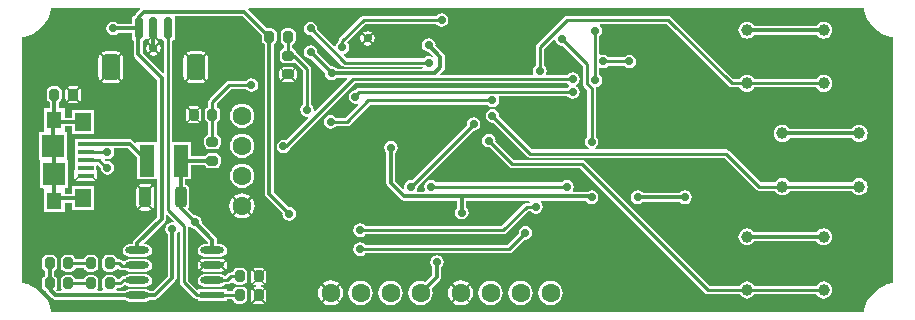
<source format=gtl>
G04 Layer_Physical_Order=1*
G04 Layer_Color=255*
%FSLAX44Y44*%
%MOMM*%
G71*
G01*
G75*
G04:AMPARAMS|DCode=10|XSize=0.95mm|YSize=0.8mm|CornerRadius=0.2mm|HoleSize=0mm|Usage=FLASHONLY|Rotation=270.000|XOffset=0mm|YOffset=0mm|HoleType=Round|Shape=RoundedRectangle|*
%AMROUNDEDRECTD10*
21,1,0.9500,0.4000,0,0,270.0*
21,1,0.5500,0.8000,0,0,270.0*
1,1,0.4000,-0.2000,-0.2750*
1,1,0.4000,-0.2000,0.2750*
1,1,0.4000,0.2000,0.2750*
1,1,0.4000,0.2000,-0.2750*
%
%ADD10ROUNDEDRECTD10*%
%ADD11O,2.0000X0.6000*%
%ADD12R,2.0000X0.6000*%
%ADD13R,1.3000X2.7000*%
G04:AMPARAMS|DCode=14|XSize=1.75mm|YSize=1mm|CornerRadius=0.25mm|HoleSize=0mm|Usage=FLASHONLY|Rotation=270.000|XOffset=0mm|YOffset=0mm|HoleType=Round|Shape=RoundedRectangle|*
%AMROUNDEDRECTD14*
21,1,1.7500,0.5000,0,0,270.0*
21,1,1.2500,1.0000,0,0,270.0*
1,1,0.5000,-0.2500,-0.6250*
1,1,0.5000,-0.2500,0.6250*
1,1,0.5000,0.2500,0.6250*
1,1,0.5000,0.2500,-0.6250*
%
%ADD14ROUNDEDRECTD14*%
%ADD15R,1.4000X1.6000*%
%ADD16R,1.4000X0.4000*%
%ADD17R,1.3000X1.4500*%
%ADD18R,1.9000X1.9000*%
G04:AMPARAMS|DCode=19|XSize=1.6mm|YSize=2.2mm|CornerRadius=0.4mm|HoleSize=0mm|Usage=FLASHONLY|Rotation=180.000|XOffset=0mm|YOffset=0mm|HoleType=Round|Shape=RoundedRectangle|*
%AMROUNDEDRECTD19*
21,1,1.6000,1.4000,0,0,180.0*
21,1,0.8000,2.2000,0,0,180.0*
1,1,0.8000,-0.4000,0.7000*
1,1,0.8000,0.4000,0.7000*
1,1,0.8000,0.4000,-0.7000*
1,1,0.8000,-0.4000,-0.7000*
%
%ADD19ROUNDEDRECTD19*%
G04:AMPARAMS|DCode=20|XSize=0.7mm|YSize=1.8mm|CornerRadius=0.175mm|HoleSize=0mm|Usage=FLASHONLY|Rotation=180.000|XOffset=0mm|YOffset=0mm|HoleType=Round|Shape=RoundedRectangle|*
%AMROUNDEDRECTD20*
21,1,0.7000,1.4500,0,0,180.0*
21,1,0.3500,1.8000,0,0,180.0*
1,1,0.3500,-0.1750,0.7250*
1,1,0.3500,0.1750,0.7250*
1,1,0.3500,0.1750,-0.7250*
1,1,0.3500,-0.1750,-0.7250*
%
%ADD20ROUNDEDRECTD20*%
G04:AMPARAMS|DCode=21|XSize=0.95mm|YSize=0.8mm|CornerRadius=0.2mm|HoleSize=0mm|Usage=FLASHONLY|Rotation=0.000|XOffset=0mm|YOffset=0mm|HoleType=Round|Shape=RoundedRectangle|*
%AMROUNDEDRECTD21*
21,1,0.9500,0.4000,0,0,0.0*
21,1,0.5500,0.8000,0,0,0.0*
1,1,0.4000,0.2750,-0.2000*
1,1,0.4000,-0.2750,-0.2000*
1,1,0.4000,-0.2750,0.2000*
1,1,0.4000,0.2750,0.2000*
%
%ADD21ROUNDEDRECTD21*%
%ADD22C,0.2500*%
%ADD23C,0.3000*%
%ADD24C,1.6000*%
%ADD25C,1.0000*%
%ADD26C,0.7000*%
G36*
X120353Y234420D02*
X120768Y235041D01*
X121333Y235134D01*
X121612Y235164D01*
X122093Y235113D01*
X122902Y233902D01*
X124032Y233147D01*
Y206962D01*
X122859Y206476D01*
X105772Y223563D01*
Y233025D01*
X105791Y233029D01*
X107098Y233902D01*
X107907Y235113D01*
X108388Y235164D01*
X108667Y235134D01*
X109232Y235041D01*
X109647Y234420D01*
X114364Y239136D01*
X115000Y238500D01*
X115636Y239136D01*
X120353Y234420D01*
D02*
G37*
G36*
X716794Y260532D02*
X717840Y256175D01*
X719555Y252035D01*
X721896Y248214D01*
X724806Y244806D01*
X728214Y241896D01*
X732035Y239555D01*
X736175Y237840D01*
X740533Y236794D01*
X741462Y236720D01*
Y28280D01*
X740533Y28206D01*
X736175Y27160D01*
X732035Y25445D01*
X728214Y23104D01*
X724806Y20194D01*
X721896Y16786D01*
X719555Y12965D01*
X717840Y8825D01*
X716794Y4467D01*
X716720Y3538D01*
X28280D01*
X28206Y4467D01*
X27160Y8825D01*
X25445Y12965D01*
X23104Y16786D01*
X20194Y20194D01*
X16786Y23104D01*
X12965Y25445D01*
X8825Y27160D01*
X4467Y28206D01*
X3538Y28280D01*
Y236720D01*
X4467Y236794D01*
X8825Y237840D01*
X12965Y239555D01*
X16786Y241896D01*
X20194Y244806D01*
X23104Y248214D01*
X25445Y252035D01*
X27160Y256175D01*
X28206Y260532D01*
X28280Y261462D01*
X103331D01*
X103857Y260192D01*
X99832Y256168D01*
X99015Y254944D01*
X98991Y254825D01*
X97902Y254098D01*
X97029Y252791D01*
X96723Y251250D01*
Y247773D01*
X85335D01*
X85110Y248109D01*
X83224Y249369D01*
X81000Y249812D01*
X78776Y249369D01*
X76891Y248109D01*
X75631Y246224D01*
X75188Y244000D01*
X75631Y241776D01*
X76891Y239890D01*
X78776Y238631D01*
X81000Y238188D01*
X83224Y238631D01*
X85110Y239890D01*
X85335Y240228D01*
X96723D01*
Y236750D01*
X97029Y235209D01*
X97902Y233902D01*
X98228Y233685D01*
Y222000D01*
X98228Y222000D01*
X98515Y220556D01*
X99332Y219332D01*
X118228Y200437D01*
Y148959D01*
X118200Y147700D01*
X116958Y147700D01*
X100800D01*
Y147694D01*
X99627Y147208D01*
X97968Y148868D01*
X96744Y149685D01*
X95300Y149972D01*
X95300Y149972D01*
X57500D01*
X57387Y149950D01*
X48300D01*
Y141550D01*
Y136700D01*
X48300D01*
Y128300D01*
X48300D01*
Y123790D01*
X47960D01*
Y115983D01*
X51864Y119886D01*
X53136Y118614D01*
X49233Y114710D01*
X65767D01*
X61864Y118614D01*
X63136Y119886D01*
X67040Y115983D01*
Y123790D01*
X66700D01*
Y127529D01*
X67970Y128055D01*
X70229Y125797D01*
X70631Y123776D01*
X71891Y121890D01*
X73776Y120631D01*
X76000Y120188D01*
X78224Y120631D01*
X80110Y121890D01*
X81369Y123776D01*
X81812Y126000D01*
X81369Y128224D01*
X80110Y130110D01*
X78224Y131369D01*
X76000Y131812D01*
X74468Y131507D01*
X73605Y132370D01*
X74230Y133540D01*
X76000Y133188D01*
X78224Y133631D01*
X80110Y134890D01*
X81369Y136776D01*
X81812Y139000D01*
X81383Y141158D01*
X81374Y141381D01*
X82025Y142428D01*
X93737D01*
X100800Y135365D01*
Y116300D01*
X118200Y116300D01*
X118228Y115041D01*
Y84563D01*
X98832Y65168D01*
X98015Y63944D01*
X97727Y62500D01*
X97233Y61402D01*
X94500D01*
X92471Y60998D01*
X90751Y59849D01*
X89602Y58129D01*
X89198Y56100D01*
X89602Y54071D01*
X90751Y52351D01*
X92471Y51202D01*
X94500Y50798D01*
X108500D01*
X110529Y51202D01*
X112249Y52351D01*
X113398Y54071D01*
X113802Y56100D01*
X113398Y58129D01*
X112249Y59849D01*
X110529Y60998D01*
X108500Y61402D01*
X107396D01*
X106910Y62575D01*
X124668Y80332D01*
X124668Y80332D01*
X125485Y81556D01*
X125772Y83000D01*
Y85594D01*
X126946Y86080D01*
X132147Y80878D01*
X131521Y79708D01*
X131000Y79812D01*
X128776Y79369D01*
X126890Y78109D01*
X125631Y76224D01*
X125188Y74000D01*
X125631Y71776D01*
X126890Y69890D01*
X127227Y69665D01*
Y34563D01*
X114437Y21772D01*
X112214D01*
X110529Y22898D01*
X108500Y23302D01*
X94500D01*
X92471Y22898D01*
X90786Y21772D01*
X84255D01*
X83576Y23043D01*
X83956Y23611D01*
X84130Y24482D01*
X87000D01*
X88346Y24750D01*
X89487Y25513D01*
X90856Y26881D01*
X92471Y25802D01*
X94500Y25398D01*
X108500D01*
X110529Y25802D01*
X112249Y26951D01*
X113398Y28671D01*
X113802Y30700D01*
X113398Y32729D01*
X112249Y34449D01*
X110529Y35598D01*
X108500Y36002D01*
X94500D01*
X92471Y35598D01*
X90751Y34449D01*
X90596Y34218D01*
X89700D01*
X88354Y33950D01*
X87213Y33187D01*
X85543Y31518D01*
X84130D01*
X83956Y32389D01*
X83028Y33778D01*
X81639Y34706D01*
X80000Y35032D01*
X76000D01*
X74361Y34706D01*
X72972Y33778D01*
X72044Y32389D01*
X71718Y30750D01*
Y25250D01*
X72044Y23611D01*
X72424Y23043D01*
X71745Y21772D01*
X68255D01*
X67576Y23043D01*
X67956Y23611D01*
X68282Y25250D01*
Y30750D01*
X67956Y32389D01*
X67028Y33778D01*
X65639Y34706D01*
X64000Y35032D01*
X60000D01*
X58361Y34706D01*
X56972Y33778D01*
X56044Y32389D01*
X55870Y31518D01*
X49130D01*
X48956Y32389D01*
X48028Y33778D01*
X46639Y34706D01*
X45000Y35032D01*
X41000D01*
X39361Y34706D01*
X37972Y33778D01*
X37044Y32389D01*
X36718Y30750D01*
Y25250D01*
X37044Y23611D01*
X37424Y23043D01*
X36745Y21772D01*
X33563D01*
X32463Y22872D01*
X32956Y23611D01*
X33282Y25250D01*
Y30750D01*
X32956Y32389D01*
X32028Y33778D01*
X30773Y34617D01*
Y38383D01*
X32028Y39222D01*
X32956Y40611D01*
X33282Y42250D01*
Y47750D01*
X32956Y49389D01*
X32028Y50778D01*
X30639Y51706D01*
X29000Y52032D01*
X25000D01*
X23361Y51706D01*
X21972Y50778D01*
X21044Y49389D01*
X20718Y47750D01*
Y42250D01*
X21044Y40611D01*
X21972Y39222D01*
X23228Y38383D01*
Y34617D01*
X21972Y33778D01*
X21044Y32389D01*
X20718Y30750D01*
Y25250D01*
X21044Y23611D01*
X21972Y22222D01*
X23361Y21294D01*
X23741Y21218D01*
X24332Y20332D01*
X29332Y15332D01*
X29332Y15332D01*
X30556Y14515D01*
X32000Y14227D01*
X90786D01*
X92471Y13102D01*
X94500Y12698D01*
X108500D01*
X110529Y13102D01*
X112214Y14227D01*
X116000D01*
X116000Y14227D01*
X117444Y14515D01*
X118668Y15332D01*
X133667Y30332D01*
X133668Y30332D01*
X134485Y31556D01*
X134773Y33000D01*
Y69665D01*
X135110Y69890D01*
X136212Y71541D01*
X137373Y71374D01*
X137482Y71330D01*
Y29000D01*
X137750Y27654D01*
X138513Y26513D01*
X149513Y15513D01*
X150654Y14750D01*
X152000Y14482D01*
X152800D01*
Y12800D01*
X177200D01*
Y14482D01*
X181870D01*
X182044Y13611D01*
X182972Y12222D01*
X184361Y11294D01*
X186000Y10968D01*
X190000D01*
X191639Y11294D01*
X193028Y12222D01*
X193956Y13611D01*
X194282Y15250D01*
Y20750D01*
X193956Y22389D01*
X193028Y23778D01*
X191639Y24706D01*
X190000Y25032D01*
X186000D01*
X184361Y24706D01*
X182972Y23778D01*
X182044Y22389D01*
X181870Y21518D01*
X177200D01*
Y23200D01*
X152800D01*
Y23200D01*
X152075Y22900D01*
X144518Y30457D01*
Y75659D01*
X145788Y76045D01*
X145891Y75890D01*
X147776Y74631D01*
X150000Y74188D01*
X150398Y74267D01*
X161227Y63437D01*
Y61402D01*
X158000D01*
X155971Y60998D01*
X154251Y59849D01*
X153102Y58129D01*
X152698Y56100D01*
X153102Y54071D01*
X154251Y52351D01*
X155971Y51202D01*
X158000Y50798D01*
X172000D01*
X174029Y51202D01*
X175749Y52351D01*
X176898Y54071D01*
X177302Y56100D01*
X176898Y58129D01*
X175749Y59849D01*
X174029Y60998D01*
X172000Y61402D01*
X168773D01*
Y65000D01*
X168485Y66444D01*
X167668Y67668D01*
X167668Y67668D01*
X155733Y79602D01*
X155812Y80000D01*
X155369Y82224D01*
X154109Y84109D01*
X152224Y85369D01*
X150000Y85812D01*
X149602Y85733D01*
X143923Y91412D01*
X144927Y92916D01*
X145292Y94750D01*
Y107250D01*
X144927Y109084D01*
X143889Y110639D01*
X142334Y111677D01*
X141772Y111789D01*
Y116300D01*
X147200D01*
Y128228D01*
X158383D01*
X159222Y126972D01*
X160611Y126044D01*
X162250Y125718D01*
X167750D01*
X169389Y126044D01*
X170778Y126972D01*
X171706Y128361D01*
X172032Y130000D01*
Y134000D01*
X171706Y135639D01*
X170778Y137028D01*
X169389Y137956D01*
X167750Y138282D01*
X162250D01*
X160611Y137956D01*
X159222Y137028D01*
X158383Y135772D01*
X147200D01*
Y147700D01*
X131068D01*
Y233214D01*
X132098Y233902D01*
X132971Y235209D01*
X133277Y236750D01*
Y251250D01*
X132971Y252791D01*
X132860Y252957D01*
X133539Y254228D01*
X190437D01*
X206718Y237947D01*
Y234250D01*
X207044Y232611D01*
X207972Y231222D01*
X209228Y230383D01*
Y104000D01*
X209228Y104000D01*
X209515Y102556D01*
X210332Y101332D01*
X224267Y87397D01*
X224188Y87000D01*
X224631Y84776D01*
X225891Y82891D01*
X227776Y81631D01*
X230000Y81188D01*
X232224Y81631D01*
X234109Y82891D01*
X235369Y84776D01*
X235812Y87000D01*
X235369Y89224D01*
X234109Y91110D01*
X232224Y92369D01*
X230000Y92812D01*
X229603Y92733D01*
X216772Y105563D01*
Y230383D01*
X218028Y231222D01*
X218956Y232611D01*
X219282Y234250D01*
Y239750D01*
X218956Y241389D01*
X218028Y242778D01*
X216639Y243706D01*
X215000Y244032D01*
X211303D01*
X195143Y260192D01*
X195669Y261462D01*
X716720D01*
X716794Y260532D01*
D02*
G37*
%LPC*%
G36*
X115000Y237227D02*
X110920Y233147D01*
X111228Y232942D01*
Y232045D01*
X115000Y228273D01*
X118772Y232045D01*
Y232942D01*
X119080Y233147D01*
X115000Y237227D01*
D02*
G37*
G36*
X119864Y230592D02*
X116273Y227000D01*
X119864Y223408D01*
X120689Y224643D01*
X121158Y227000D01*
X120689Y229357D01*
X119864Y230592D01*
D02*
G37*
G36*
X110136Y230592D02*
X109310Y229357D01*
X108842Y227000D01*
X109310Y224643D01*
X110136Y223408D01*
X113727Y227000D01*
X110136Y230592D01*
D02*
G37*
G36*
X115000Y225727D02*
X111408Y222136D01*
X112643Y221311D01*
X115000Y220842D01*
X117357Y221311D01*
X118592Y222136D01*
X115000Y225727D01*
D02*
G37*
G36*
X682500Y249762D02*
X680620Y249515D01*
X678869Y248789D01*
X677365Y247635D01*
X676319Y246273D01*
X623681D01*
X622635Y247635D01*
X621131Y248789D01*
X619380Y249515D01*
X617500Y249762D01*
X615620Y249515D01*
X613869Y248789D01*
X612365Y247635D01*
X611211Y246131D01*
X610485Y244380D01*
X610238Y242500D01*
X610485Y240620D01*
X611211Y238869D01*
X612365Y237365D01*
X613869Y236211D01*
X615620Y235485D01*
X617500Y235238D01*
X619380Y235485D01*
X621131Y236211D01*
X622635Y237365D01*
X623681Y238727D01*
X676319D01*
X677365Y237365D01*
X678869Y236211D01*
X680620Y235485D01*
X682500Y235238D01*
X684380Y235485D01*
X686131Y236211D01*
X687635Y237365D01*
X688789Y238869D01*
X689515Y240620D01*
X689762Y242500D01*
X689515Y244380D01*
X688789Y246131D01*
X687635Y247635D01*
X686131Y248789D01*
X684380Y249515D01*
X682500Y249762D01*
D02*
G37*
G36*
X296364Y241795D02*
X294007Y241326D01*
X292772Y240501D01*
X296364Y236909D01*
X299955Y240501D01*
X298720Y241326D01*
X296364Y241795D01*
D02*
G37*
G36*
X301228Y239228D02*
X297636Y235636D01*
X301228Y232045D01*
X302053Y233280D01*
X302522Y235636D01*
X302053Y237993D01*
X301228Y239228D01*
D02*
G37*
G36*
X291499Y239228D02*
X290674Y237993D01*
X290205Y235636D01*
X290674Y233280D01*
X291499Y232045D01*
X295091Y235636D01*
X291499Y239228D01*
D02*
G37*
G36*
X296364Y234364D02*
X292772Y230772D01*
X294007Y229947D01*
X296364Y229478D01*
X298720Y229947D01*
X299955Y230772D01*
X296364Y234364D01*
D02*
G37*
G36*
X359000Y256812D02*
X356776Y256369D01*
X354891Y255110D01*
X354495Y254518D01*
X293000D01*
X291654Y254250D01*
X290513Y253487D01*
X272513Y235487D01*
X271750Y234346D01*
X271482Y233000D01*
Y232505D01*
X270891Y232110D01*
X269631Y230224D01*
X269451Y229320D01*
X268073Y228902D01*
X253673Y243302D01*
X253812Y244000D01*
X253369Y246224D01*
X252110Y248109D01*
X250224Y249369D01*
X248000Y249812D01*
X245776Y249369D01*
X243890Y248109D01*
X242631Y246224D01*
X242188Y244000D01*
X242631Y241776D01*
X243890Y239890D01*
X245776Y238631D01*
X248000Y238188D01*
X248698Y238327D01*
X274513Y212513D01*
X275654Y211750D01*
X277000Y211482D01*
X342649D01*
X342979Y211042D01*
X342345Y209772D01*
X270335D01*
X270110Y210110D01*
X268224Y211369D01*
X266000Y211812D01*
X265602Y211733D01*
X253733Y223603D01*
X253812Y224000D01*
X253369Y226224D01*
X252110Y228109D01*
X250224Y229369D01*
X248000Y229812D01*
X245776Y229369D01*
X243890Y228109D01*
X242631Y226224D01*
X242188Y224000D01*
X242631Y221776D01*
X243890Y219890D01*
X245776Y218631D01*
X248000Y218188D01*
X248398Y218267D01*
X260267Y206397D01*
X260188Y206000D01*
X260631Y203776D01*
X261891Y201891D01*
X263776Y200631D01*
X266000Y200188D01*
X268224Y200631D01*
X270110Y201891D01*
X270335Y202227D01*
X278594D01*
X279080Y201054D01*
X251878Y173853D01*
X250708Y174479D01*
X250812Y175000D01*
X250369Y177224D01*
X249109Y179109D01*
X248518Y179505D01*
Y210000D01*
X248250Y211346D01*
X247487Y212487D01*
X236487Y223487D01*
X235851Y223913D01*
X235706Y224639D01*
X234778Y226028D01*
X233389Y226956D01*
X232518Y227130D01*
Y230270D01*
X232639Y230294D01*
X234028Y231222D01*
X234956Y232611D01*
X235282Y234250D01*
Y239750D01*
X234956Y241389D01*
X234028Y242778D01*
X232639Y243706D01*
X231000Y244032D01*
X227000D01*
X225361Y243706D01*
X223972Y242778D01*
X223044Y241389D01*
X222718Y239750D01*
Y234250D01*
X223044Y232611D01*
X223972Y231222D01*
X225361Y230294D01*
X225482Y230270D01*
Y227130D01*
X224611Y226956D01*
X223222Y226028D01*
X222294Y224639D01*
X221968Y223000D01*
Y219000D01*
X222294Y217361D01*
X223222Y215972D01*
X224611Y215044D01*
X226250Y214718D01*
X231750D01*
X233389Y215044D01*
X234344Y215682D01*
X241482Y208543D01*
Y179505D01*
X240891Y179109D01*
X239631Y177224D01*
X239188Y175000D01*
X239631Y172776D01*
X240891Y170891D01*
X242776Y169631D01*
X245000Y169188D01*
X245521Y169292D01*
X246147Y168122D01*
X227326Y149301D01*
X227224Y149369D01*
X225000Y149812D01*
X222776Y149369D01*
X220891Y148110D01*
X219631Y146224D01*
X219188Y144000D01*
X219631Y141776D01*
X220891Y139890D01*
X222776Y138631D01*
X225000Y138188D01*
X227224Y138631D01*
X229109Y139890D01*
X230369Y141776D01*
X230523Y142548D01*
X285457Y197482D01*
X465495D01*
X465891Y196891D01*
X466829Y196264D01*
Y194736D01*
X465891Y194109D01*
X465495Y193518D01*
X289000D01*
X287654Y193250D01*
X286513Y192487D01*
X285797Y191771D01*
X283776Y191369D01*
X281891Y190110D01*
X280631Y188224D01*
X280188Y186000D01*
X280631Y183776D01*
X281891Y181891D01*
X283776Y180631D01*
X286000Y180188D01*
X287770Y180540D01*
X288395Y179370D01*
X277543Y168518D01*
X269505D01*
X269109Y169109D01*
X267224Y170369D01*
X265000Y170812D01*
X262776Y170369D01*
X260891Y169109D01*
X259631Y167224D01*
X259188Y165000D01*
X259631Y162776D01*
X260891Y160891D01*
X262776Y159631D01*
X265000Y159188D01*
X267224Y159631D01*
X269109Y160891D01*
X269505Y161482D01*
X279000D01*
X280346Y161750D01*
X281487Y162513D01*
X298457Y179482D01*
X397495D01*
X397891Y178890D01*
X399776Y177631D01*
X402000Y177188D01*
X404224Y177631D01*
X406110Y178890D01*
X407369Y180776D01*
X407812Y183000D01*
X407369Y185224D01*
X407277Y185362D01*
X407876Y186482D01*
X465495D01*
X465891Y185891D01*
X467776Y184631D01*
X470000Y184188D01*
X472224Y184631D01*
X474109Y185891D01*
X475369Y187776D01*
X475812Y190000D01*
X475369Y192224D01*
X474109Y194109D01*
X473171Y194736D01*
Y196264D01*
X474109Y196891D01*
X475369Y198776D01*
X475812Y201000D01*
X475369Y203224D01*
X474109Y205110D01*
X472224Y206369D01*
X470000Y206812D01*
X467776Y206369D01*
X465891Y205110D01*
X465495Y204518D01*
X447876D01*
X447277Y205638D01*
X447369Y205776D01*
X447812Y208000D01*
X447369Y210224D01*
X446110Y212110D01*
X445518Y212505D01*
Y226543D01*
X453996Y235022D01*
X455285Y234514D01*
X455631Y232776D01*
X456890Y230891D01*
X458776Y229631D01*
X461000Y229188D01*
X461698Y229327D01*
X478532Y212493D01*
Y197121D01*
X478800Y195775D01*
X479563Y194634D01*
X482482Y191714D01*
Y152505D01*
X481890Y152109D01*
X480631Y150224D01*
X480188Y148000D01*
X480631Y145776D01*
X481890Y143890D01*
X483541Y142788D01*
X483374Y141627D01*
X483330Y141518D01*
X435457D01*
X407673Y169302D01*
X407812Y170000D01*
X407369Y172224D01*
X406110Y174109D01*
X404224Y175369D01*
X402000Y175812D01*
X399776Y175369D01*
X397891Y174109D01*
X396631Y172224D01*
X396188Y170000D01*
X396631Y167776D01*
X397891Y165891D01*
X399776Y164631D01*
X402000Y164188D01*
X402698Y164327D01*
X431513Y135513D01*
X432654Y134750D01*
X434000Y134482D01*
X598543D01*
X625513Y107513D01*
X626654Y106750D01*
X628000Y106482D01*
X641164D01*
X641211Y106369D01*
X642365Y104865D01*
X643869Y103711D01*
X645620Y102985D01*
X647500Y102738D01*
X649380Y102985D01*
X651131Y103711D01*
X652635Y104865D01*
X653789Y106369D01*
X653836Y106482D01*
X706164D01*
X706211Y106369D01*
X707365Y104865D01*
X708869Y103711D01*
X710620Y102985D01*
X712500Y102738D01*
X714380Y102985D01*
X716131Y103711D01*
X717635Y104865D01*
X718789Y106369D01*
X719515Y108120D01*
X719762Y110000D01*
X719515Y111880D01*
X718789Y113631D01*
X717635Y115135D01*
X716131Y116289D01*
X714380Y117015D01*
X712500Y117262D01*
X710620Y117015D01*
X708869Y116289D01*
X707365Y115135D01*
X706211Y113631D01*
X706164Y113518D01*
X653836D01*
X653789Y113631D01*
X652635Y115135D01*
X651131Y116289D01*
X649380Y117015D01*
X647500Y117262D01*
X645620Y117015D01*
X643869Y116289D01*
X642365Y115135D01*
X641211Y113631D01*
X641164Y113518D01*
X629457D01*
X602487Y140487D01*
X601346Y141250D01*
X600000Y141518D01*
X488670D01*
X488626Y141627D01*
X488459Y142788D01*
X490109Y143890D01*
X491369Y145776D01*
X491812Y148000D01*
X491369Y150224D01*
X490109Y152109D01*
X489518Y152505D01*
Y193171D01*
X489303Y194249D01*
X491224Y194631D01*
X493110Y195891D01*
X494369Y197776D01*
X494812Y200000D01*
X494369Y202224D01*
X493110Y204109D01*
X492518Y204505D01*
Y210124D01*
X493638Y210723D01*
X493776Y210631D01*
X496000Y210188D01*
X498224Y210631D01*
X500109Y211891D01*
X500505Y212482D01*
X513495D01*
X513890Y211891D01*
X515776Y210631D01*
X518000Y210188D01*
X520224Y210631D01*
X522109Y211891D01*
X523369Y213776D01*
X523812Y216000D01*
X523369Y218224D01*
X522109Y220110D01*
X520224Y221369D01*
X518000Y221812D01*
X515776Y221369D01*
X513890Y220110D01*
X513495Y219518D01*
X500505D01*
X500109Y220110D01*
X498224Y221369D01*
X496000Y221812D01*
X493776Y221369D01*
X493638Y221277D01*
X492518Y221875D01*
Y237495D01*
X493110Y237890D01*
X494369Y239776D01*
X494812Y242000D01*
X494369Y244224D01*
X493110Y246110D01*
X492955Y246212D01*
X493341Y247482D01*
X549543D01*
X602013Y195013D01*
X603154Y194250D01*
X604500Y193982D01*
X611164D01*
X611211Y193869D01*
X612365Y192365D01*
X613869Y191211D01*
X615620Y190485D01*
X617500Y190238D01*
X619380Y190485D01*
X621131Y191211D01*
X622635Y192365D01*
X623789Y193869D01*
X623836Y193982D01*
X676164D01*
X676211Y193869D01*
X677365Y192365D01*
X678869Y191211D01*
X680620Y190485D01*
X682500Y190238D01*
X684380Y190485D01*
X686131Y191211D01*
X687635Y192365D01*
X688789Y193869D01*
X689515Y195620D01*
X689762Y197500D01*
X689515Y199380D01*
X688789Y201131D01*
X687635Y202635D01*
X686131Y203789D01*
X684380Y204515D01*
X682500Y204762D01*
X680620Y204515D01*
X678869Y203789D01*
X677365Y202635D01*
X676211Y201131D01*
X676164Y201018D01*
X623836D01*
X623789Y201131D01*
X622635Y202635D01*
X621131Y203789D01*
X619380Y204515D01*
X617500Y204762D01*
X615620Y204515D01*
X613869Y203789D01*
X612365Y202635D01*
X611211Y201131D01*
X611164Y201018D01*
X605957D01*
X553487Y253487D01*
X552346Y254250D01*
X551000Y254518D01*
X465000D01*
X463654Y254250D01*
X462513Y253487D01*
X439513Y230487D01*
X438750Y229346D01*
X438482Y228000D01*
Y212505D01*
X437891Y212110D01*
X436631Y210224D01*
X436188Y208000D01*
X436631Y205776D01*
X436723Y205638D01*
X436124Y204518D01*
X358512D01*
X358026Y205691D01*
X360668Y208332D01*
X361485Y209556D01*
X361772Y211000D01*
X361772Y211000D01*
Y220000D01*
X361485Y221444D01*
X360668Y222668D01*
X360667Y222668D01*
X353733Y229603D01*
X353812Y230000D01*
X353369Y232224D01*
X352109Y234109D01*
X350224Y235369D01*
X348000Y235812D01*
X345776Y235369D01*
X343890Y234109D01*
X342631Y232224D01*
X342188Y230000D01*
X342631Y227776D01*
X343890Y225891D01*
X345776Y224631D01*
X348000Y224188D01*
X348397Y224267D01*
X351864Y220801D01*
X351054Y219814D01*
X350224Y220369D01*
X348000Y220812D01*
X345776Y220369D01*
X343890Y219109D01*
X343495Y218518D01*
X278457D01*
X275902Y221073D01*
X276320Y222451D01*
X277224Y222631D01*
X279109Y223890D01*
X280369Y225776D01*
X280812Y228000D01*
X280369Y230224D01*
X279109Y232109D01*
X279107Y232133D01*
X294457Y247482D01*
X354495D01*
X354891Y246891D01*
X356776Y245631D01*
X359000Y245188D01*
X361224Y245631D01*
X363110Y246891D01*
X364369Y248776D01*
X364812Y251000D01*
X364369Y253224D01*
X363110Y255110D01*
X361224Y256369D01*
X359000Y256812D01*
D02*
G37*
G36*
X155000Y224597D02*
X147000D01*
X145293Y224372D01*
X143702Y223713D01*
X143056Y223217D01*
X151000Y215273D01*
X158944Y223217D01*
X158298Y223713D01*
X156707Y224372D01*
X155000Y224597D01*
D02*
G37*
G36*
X83000D02*
X75000D01*
X73293Y224372D01*
X71702Y223713D01*
X71056Y223217D01*
X79000Y215273D01*
X86944Y223217D01*
X86298Y223713D01*
X84707Y224372D01*
X83000Y224597D01*
D02*
G37*
G36*
X160217Y221944D02*
X151636Y213364D01*
X151000Y214000D01*
X150364Y213364D01*
X141783Y221944D01*
X141287Y221298D01*
X140628Y219707D01*
X140404Y218000D01*
Y204000D01*
X140628Y202293D01*
X141287Y200702D01*
X141783Y200056D01*
X150364Y208636D01*
X151000Y208000D01*
X151636Y208636D01*
X160217Y200056D01*
X160713Y200702D01*
X161372Y202293D01*
X161596Y204000D01*
Y218000D01*
X161372Y219707D01*
X160713Y221298D01*
X160217Y221944D01*
D02*
G37*
G36*
X88217D02*
X79636Y213364D01*
X79000Y214000D01*
X78364Y213364D01*
X69783Y221944D01*
X69287Y221298D01*
X68628Y219707D01*
X68404Y218000D01*
Y204000D01*
X68628Y202293D01*
X69287Y200702D01*
X69783Y200056D01*
X78364Y208636D01*
X79000Y208000D01*
X79636Y208636D01*
X88217Y200056D01*
X88713Y200702D01*
X89372Y202293D01*
X89596Y204000D01*
Y218000D01*
X89372Y219707D01*
X88713Y221298D01*
X88217Y221944D01*
D02*
G37*
G36*
X222467Y209510D02*
X221973Y208771D01*
X221621Y207000D01*
Y203000D01*
X221973Y201229D01*
X222467Y200490D01*
X226977Y205000D01*
X222467Y209510D01*
D02*
G37*
G36*
X235533D02*
X231023Y205000D01*
X235533Y200490D01*
X236027Y201229D01*
X236379Y203000D01*
Y207000D01*
X236027Y208771D01*
X235533Y209510D01*
D02*
G37*
G36*
X231750Y211629D02*
X226250D01*
X224479Y211277D01*
X223740Y210783D01*
X228886Y205636D01*
X228250Y205000D01*
X228886Y204364D01*
X223740Y199217D01*
X224479Y198723D01*
X226250Y198371D01*
X231750D01*
X233521Y198723D01*
X234260Y199217D01*
X229114Y204364D01*
X229750Y205000D01*
X229114Y205636D01*
X234260Y210783D01*
X233521Y211277D01*
X231750Y211629D01*
D02*
G37*
G36*
X151000Y206727D02*
X143056Y198783D01*
X143702Y198287D01*
X145293Y197628D01*
X147000Y197404D01*
X155000D01*
X156707Y197628D01*
X158298Y198287D01*
X158944Y198783D01*
X151000Y206727D01*
D02*
G37*
G36*
X79000D02*
X71056Y198783D01*
X71702Y198287D01*
X73293Y197628D01*
X75000Y197404D01*
X83000D01*
X84707Y197628D01*
X86298Y198287D01*
X86944Y198783D01*
X79000Y206727D01*
D02*
G37*
G36*
X198000Y201812D02*
X195776Y201369D01*
X193890Y200110D01*
X193495Y199518D01*
X179000D01*
X177654Y199250D01*
X176513Y198487D01*
X162513Y184487D01*
X161750Y183346D01*
X161482Y182000D01*
Y177730D01*
X161361Y177706D01*
X159972Y176778D01*
X159044Y175389D01*
X158718Y173750D01*
Y168250D01*
X159044Y166611D01*
X159972Y165222D01*
X161361Y164294D01*
X161482Y164270D01*
Y154130D01*
X160611Y153956D01*
X159222Y153028D01*
X158294Y151639D01*
X157968Y150000D01*
Y146000D01*
X158294Y144361D01*
X159222Y142972D01*
X160611Y142044D01*
X162250Y141718D01*
X167750D01*
X169389Y142044D01*
X170778Y142972D01*
X171706Y144361D01*
X172032Y146000D01*
Y150000D01*
X171706Y151639D01*
X170778Y153028D01*
X169389Y153956D01*
X168518Y154130D01*
Y164270D01*
X168639Y164294D01*
X170028Y165222D01*
X170956Y166611D01*
X171282Y168250D01*
Y173750D01*
X170956Y175389D01*
X170028Y176778D01*
X168639Y177706D01*
X168518Y177730D01*
Y180543D01*
X180457Y192482D01*
X193495D01*
X193890Y191891D01*
X195776Y190631D01*
X198000Y190188D01*
X200224Y190631D01*
X202110Y191891D01*
X203369Y193776D01*
X203812Y196000D01*
X203369Y198224D01*
X202110Y200110D01*
X200224Y201369D01*
X198000Y201812D01*
D02*
G37*
G36*
X49000Y195379D02*
X45000D01*
X43229Y195027D01*
X42490Y194533D01*
X47000Y190023D01*
X51510Y194533D01*
X50771Y195027D01*
X49000Y195379D01*
D02*
G37*
G36*
X52783Y193260D02*
X47636Y188114D01*
X47000Y188750D01*
X46364Y188114D01*
X41217Y193260D01*
X40723Y192521D01*
X40371Y190750D01*
Y185250D01*
X40723Y183479D01*
X41217Y182740D01*
X46364Y187886D01*
X47000Y187250D01*
X47636Y187886D01*
X52783Y182740D01*
X53277Y183479D01*
X53629Y185250D01*
Y190750D01*
X53277Y192521D01*
X52783Y193260D01*
D02*
G37*
G36*
X47000Y185977D02*
X42490Y181467D01*
X43229Y180973D01*
X45000Y180621D01*
X49000D01*
X50771Y180973D01*
X51510Y181467D01*
X47000Y185977D01*
D02*
G37*
G36*
X151000Y178379D02*
X147000D01*
X145229Y178027D01*
X144490Y177533D01*
X149000Y173023D01*
X153510Y177533D01*
X152771Y178027D01*
X151000Y178379D01*
D02*
G37*
G36*
X154783Y176260D02*
X149636Y171114D01*
X149000Y171750D01*
X148364Y171114D01*
X143217Y176260D01*
X142723Y175521D01*
X142371Y173750D01*
Y168250D01*
X142723Y166479D01*
X143217Y165740D01*
X148364Y170886D01*
X149000Y170250D01*
X149636Y170886D01*
X154783Y165740D01*
X155277Y166479D01*
X155629Y168250D01*
Y173750D01*
X155277Y175521D01*
X154783Y176260D01*
D02*
G37*
G36*
X149000Y168977D02*
X144490Y164467D01*
X145229Y163973D01*
X147000Y163621D01*
X151000D01*
X152771Y163973D01*
X153510Y164467D01*
X149000Y168977D01*
D02*
G37*
G36*
X190000Y180288D02*
X187337Y179937D01*
X184856Y178910D01*
X182725Y177275D01*
X181090Y175144D01*
X180063Y172663D01*
X179712Y170000D01*
X180063Y167337D01*
X181090Y164856D01*
X182725Y162725D01*
X184856Y161090D01*
X187337Y160063D01*
X190000Y159712D01*
X192663Y160063D01*
X195144Y161090D01*
X197275Y162725D01*
X198910Y164856D01*
X199937Y167337D01*
X200288Y170000D01*
X199937Y172663D01*
X198910Y175144D01*
X197275Y177275D01*
X195144Y178910D01*
X192663Y179937D01*
X190000Y180288D01*
D02*
G37*
G36*
X712500Y162262D02*
X710620Y162015D01*
X708869Y161289D01*
X707365Y160135D01*
X706319Y158772D01*
X653681D01*
X652635Y160135D01*
X651131Y161289D01*
X649380Y162015D01*
X647500Y162262D01*
X645620Y162015D01*
X643869Y161289D01*
X642365Y160135D01*
X641211Y158631D01*
X640485Y156880D01*
X640238Y155000D01*
X640485Y153120D01*
X641211Y151369D01*
X642365Y149865D01*
X643869Y148711D01*
X645620Y147985D01*
X647500Y147738D01*
X649380Y147985D01*
X651131Y148711D01*
X652635Y149865D01*
X653681Y151228D01*
X706319D01*
X707365Y149865D01*
X708869Y148711D01*
X710620Y147985D01*
X712500Y147738D01*
X714380Y147985D01*
X716131Y148711D01*
X717635Y149865D01*
X718789Y151369D01*
X719515Y153120D01*
X719762Y155000D01*
X719515Y156880D01*
X718789Y158631D01*
X717635Y160135D01*
X716131Y161289D01*
X714380Y162015D01*
X712500Y162262D01*
D02*
G37*
G36*
X386000Y168812D02*
X383776Y168369D01*
X381890Y167110D01*
X380631Y165224D01*
X380188Y163000D01*
X380327Y162302D01*
X333698Y115673D01*
X333000Y115812D01*
X330776Y115369D01*
X328890Y114109D01*
X327631Y112224D01*
X327188Y110000D01*
X327451Y108680D01*
X326280Y108055D01*
X319772Y114563D01*
Y138665D01*
X320109Y138890D01*
X321369Y140776D01*
X321812Y143000D01*
X321369Y145224D01*
X320109Y147109D01*
X318224Y148369D01*
X316000Y148812D01*
X313776Y148369D01*
X311891Y147109D01*
X310631Y145224D01*
X310188Y143000D01*
X310631Y140776D01*
X311891Y138890D01*
X312227Y138665D01*
Y113000D01*
X312227Y113000D01*
X312515Y111556D01*
X313332Y110332D01*
X324332Y99332D01*
X325556Y98515D01*
X327000Y98228D01*
X327000Y98228D01*
X372228D01*
Y92335D01*
X371890Y92109D01*
X370631Y90224D01*
X370188Y88000D01*
X370631Y85776D01*
X371890Y83890D01*
X373776Y82631D01*
X376000Y82188D01*
X378224Y82631D01*
X380109Y83890D01*
X381369Y85776D01*
X381812Y88000D01*
X381369Y90224D01*
X380109Y92109D01*
X379772Y92335D01*
Y98228D01*
X433345D01*
X433979Y96958D01*
X433649Y96517D01*
X431000D01*
X429654Y96250D01*
X428513Y95487D01*
X409543Y76518D01*
X294505D01*
X294109Y77109D01*
X292224Y78369D01*
X290000Y78812D01*
X287776Y78369D01*
X285891Y77109D01*
X284631Y75224D01*
X284188Y73000D01*
X284631Y70776D01*
X285891Y68891D01*
X287776Y67631D01*
X290000Y67188D01*
X292224Y67631D01*
X294109Y68891D01*
X294505Y69482D01*
X411000D01*
X412346Y69750D01*
X413487Y70513D01*
X432457Y89482D01*
X434495D01*
X434891Y88890D01*
X436776Y87631D01*
X439000Y87188D01*
X441224Y87631D01*
X443110Y88890D01*
X444369Y90776D01*
X444812Y93000D01*
X444369Y95224D01*
X443211Y96958D01*
X443548Y98228D01*
X480997D01*
X481890Y96890D01*
X483776Y95631D01*
X486000Y95188D01*
X488224Y95631D01*
X490109Y96890D01*
X491369Y98776D01*
X491812Y101000D01*
X491369Y103224D01*
X490109Y105110D01*
X488224Y106369D01*
X486000Y106812D01*
X483776Y106369D01*
X482883Y105772D01*
X470558D01*
X469879Y107043D01*
X470369Y107776D01*
X470812Y110000D01*
X470369Y112224D01*
X469109Y114109D01*
X467224Y115369D01*
X465000Y115812D01*
X462776Y115369D01*
X460891Y114109D01*
X460495Y113518D01*
X354505D01*
X354109Y114109D01*
X352224Y115369D01*
X350000Y115812D01*
X347776Y115369D01*
X345891Y114109D01*
X344631Y112224D01*
X344188Y110000D01*
X344631Y107776D01*
X345121Y107043D01*
X344442Y105772D01*
X338558D01*
X337879Y107043D01*
X338369Y107776D01*
X338812Y110000D01*
X338673Y110698D01*
X385302Y157327D01*
X386000Y157188D01*
X388224Y157631D01*
X390109Y158890D01*
X391369Y160776D01*
X391812Y163000D01*
X391369Y165224D01*
X390109Y167110D01*
X388224Y168369D01*
X386000Y168812D01*
D02*
G37*
G36*
X33000Y195032D02*
X29000D01*
X27361Y194706D01*
X25972Y193778D01*
X25044Y192389D01*
X24718Y190750D01*
Y185250D01*
X25044Y183611D01*
X25972Y182222D01*
X27227Y181383D01*
Y176200D01*
X22300D01*
Y157300D01*
X22300D01*
X21890Y156200D01*
X18300D01*
Y132800D01*
X19300Y132200D01*
Y108800D01*
X21890D01*
X22300Y107700D01*
X22300D01*
Y88800D01*
X39700D01*
Y96477D01*
X46300D01*
Y90050D01*
X64700D01*
Y110450D01*
X46300D01*
Y104023D01*
X39700D01*
Y107700D01*
X39700D01*
X40110Y108800D01*
X42700D01*
Y132200D01*
X41700Y132800D01*
Y156200D01*
X40110D01*
X39700Y157300D01*
X39700D01*
Y160977D01*
X46300D01*
Y154550D01*
X64700D01*
Y174950D01*
X46300D01*
Y168522D01*
X39700D01*
Y176200D01*
X34773D01*
Y181383D01*
X36028Y182222D01*
X36956Y183611D01*
X37282Y185250D01*
Y190750D01*
X36956Y192389D01*
X36028Y193778D01*
X34639Y194706D01*
X33000Y195032D01*
D02*
G37*
G36*
X190000Y154888D02*
X187337Y154537D01*
X184856Y153510D01*
X182725Y151875D01*
X181090Y149744D01*
X180063Y147263D01*
X179712Y144600D01*
X180063Y141937D01*
X181090Y139456D01*
X182725Y137325D01*
X184856Y135690D01*
X187337Y134663D01*
X190000Y134312D01*
X192663Y134663D01*
X195144Y135690D01*
X197275Y137325D01*
X198910Y139456D01*
X199937Y141937D01*
X200288Y144600D01*
X199937Y147263D01*
X198910Y149744D01*
X197275Y151875D01*
X195144Y153510D01*
X192663Y154537D01*
X190000Y154888D01*
D02*
G37*
G36*
X190000Y129488D02*
X187337Y129137D01*
X184856Y128110D01*
X182725Y126475D01*
X181090Y124344D01*
X180063Y121863D01*
X179712Y119200D01*
X180063Y116537D01*
X181090Y114056D01*
X182725Y111925D01*
X184856Y110290D01*
X187337Y109263D01*
X190000Y108912D01*
X192663Y109263D01*
X195144Y110290D01*
X197275Y111925D01*
X198910Y114056D01*
X199937Y116537D01*
X200288Y119200D01*
X199937Y121863D01*
X198910Y124344D01*
X197275Y126475D01*
X195144Y128110D01*
X192663Y129137D01*
X190000Y129488D01*
D02*
G37*
G36*
X110500Y112389D02*
X105500D01*
X103533Y111998D01*
X102629Y111393D01*
X108000Y106023D01*
X113371Y111393D01*
X112466Y111998D01*
X110500Y112389D01*
D02*
G37*
G36*
X565000Y106812D02*
X562776Y106369D01*
X560891Y105110D01*
X560665Y104773D01*
X529335D01*
X529109Y105110D01*
X527224Y106369D01*
X525000Y106812D01*
X522776Y106369D01*
X520891Y105110D01*
X519631Y103224D01*
X519188Y101000D01*
X519631Y98776D01*
X520891Y96890D01*
X522776Y95631D01*
X525000Y95188D01*
X527224Y95631D01*
X529109Y96890D01*
X529335Y97227D01*
X560665D01*
X560891Y96890D01*
X562776Y95631D01*
X565000Y95188D01*
X567224Y95631D01*
X569109Y96890D01*
X570369Y98776D01*
X570812Y101000D01*
X570369Y103224D01*
X569109Y105110D01*
X567224Y106369D01*
X565000Y106812D01*
D02*
G37*
G36*
X190000Y104431D02*
X187248Y104069D01*
X184685Y103007D01*
X183203Y101870D01*
X190000Y95073D01*
X196797Y101870D01*
X195315Y103007D01*
X192752Y104069D01*
X190000Y104431D01*
D02*
G37*
G36*
X101357Y110121D02*
X100752Y109216D01*
X100361Y107250D01*
Y94750D01*
X100752Y92783D01*
X101357Y91879D01*
X107364Y97886D01*
X108000Y97250D01*
X108636Y97886D01*
X114643Y91879D01*
X115247Y92783D01*
X115639Y94750D01*
Y107250D01*
X115247Y109216D01*
X114643Y110121D01*
X108636Y104114D01*
X108000Y104750D01*
X107364Y104114D01*
X101357Y110121D01*
D02*
G37*
G36*
X108000Y95977D02*
X102629Y90606D01*
X103533Y90002D01*
X105500Y89611D01*
X110500D01*
X112466Y90002D01*
X113371Y90607D01*
X108000Y95977D01*
D02*
G37*
G36*
X198070Y100597D02*
X191273Y93800D01*
X198070Y87003D01*
X199207Y88484D01*
X200269Y91048D01*
X200631Y93800D01*
X200269Y96552D01*
X199207Y99115D01*
X198070Y100597D01*
D02*
G37*
G36*
X181930Y100597D02*
X180793Y99115D01*
X179731Y96552D01*
X179369Y93800D01*
X179731Y91048D01*
X180793Y88484D01*
X181930Y87003D01*
X188727Y93800D01*
X181930Y100597D01*
D02*
G37*
G36*
X190000Y92527D02*
X183203Y85730D01*
X184685Y84593D01*
X187248Y83531D01*
X190000Y83169D01*
X192752Y83531D01*
X195315Y84593D01*
X196797Y85730D01*
X190000Y92527D01*
D02*
G37*
G36*
X682500Y74762D02*
X680620Y74515D01*
X678869Y73789D01*
X677365Y72635D01*
X676319Y71273D01*
X623681D01*
X622635Y72635D01*
X621131Y73789D01*
X619380Y74515D01*
X617500Y74762D01*
X615620Y74515D01*
X613869Y73789D01*
X612365Y72635D01*
X611211Y71131D01*
X610485Y69380D01*
X610238Y67500D01*
X610485Y65620D01*
X611211Y63869D01*
X612365Y62365D01*
X613869Y61211D01*
X615620Y60485D01*
X617500Y60238D01*
X619380Y60485D01*
X621131Y61211D01*
X622635Y62365D01*
X623681Y63727D01*
X676319D01*
X677365Y62365D01*
X678869Y61211D01*
X680620Y60485D01*
X682500Y60238D01*
X684380Y60485D01*
X686131Y61211D01*
X687635Y62365D01*
X688789Y63869D01*
X689515Y65620D01*
X689762Y67500D01*
X689515Y69380D01*
X688789Y71131D01*
X687635Y72635D01*
X686131Y73789D01*
X684380Y74515D01*
X682500Y74762D01*
D02*
G37*
G36*
X430000Y76812D02*
X427776Y76369D01*
X425891Y75110D01*
X424631Y73224D01*
X424188Y71000D01*
X424327Y70302D01*
X414543Y60518D01*
X294505D01*
X294109Y61109D01*
X292224Y62369D01*
X290000Y62812D01*
X287776Y62369D01*
X285891Y61109D01*
X284631Y59224D01*
X284188Y57000D01*
X284631Y54776D01*
X285891Y52891D01*
X287776Y51631D01*
X290000Y51188D01*
X292224Y51631D01*
X294109Y52891D01*
X294505Y53482D01*
X416000D01*
X417346Y53750D01*
X418487Y54513D01*
X429302Y65327D01*
X430000Y65188D01*
X432224Y65631D01*
X434109Y66891D01*
X435369Y68776D01*
X435812Y71000D01*
X435369Y73224D01*
X434109Y75110D01*
X432224Y76369D01*
X430000Y76812D01*
D02*
G37*
G36*
X64000Y52032D02*
X60000D01*
X58361Y51706D01*
X56972Y50778D01*
X56044Y49389D01*
X55870Y48518D01*
X49130D01*
X48956Y49389D01*
X48028Y50778D01*
X46639Y51706D01*
X45000Y52032D01*
X41000D01*
X39361Y51706D01*
X37972Y50778D01*
X37044Y49389D01*
X36718Y47750D01*
Y42250D01*
X37044Y40611D01*
X37972Y39222D01*
X39361Y38294D01*
X41000Y37968D01*
X45000D01*
X46639Y38294D01*
X48028Y39222D01*
X48956Y40611D01*
X49130Y41482D01*
X55870D01*
X56044Y40611D01*
X56972Y39222D01*
X58361Y38294D01*
X60000Y37968D01*
X64000D01*
X65639Y38294D01*
X67028Y39222D01*
X67956Y40611D01*
X68282Y42250D01*
Y47750D01*
X67956Y49389D01*
X67028Y50778D01*
X65639Y51706D01*
X64000Y52032D01*
D02*
G37*
G36*
X176504Y46631D02*
X173273Y43400D01*
X176504Y40169D01*
X177219Y41238D01*
X177649Y43400D01*
X177219Y45562D01*
X176504Y46631D01*
D02*
G37*
G36*
X153496Y46631D02*
X152781Y45562D01*
X152352Y43400D01*
X152781Y41238D01*
X153496Y40169D01*
X156727Y43400D01*
X153496Y46631D01*
D02*
G37*
G36*
X80000Y52032D02*
X76000D01*
X74361Y51706D01*
X72972Y50778D01*
X72044Y49389D01*
X71718Y47750D01*
Y42250D01*
X72044Y40611D01*
X72972Y39222D01*
X74361Y38294D01*
X76000Y37968D01*
X80000D01*
X81639Y38294D01*
X83028Y39222D01*
X83821Y40409D01*
X84750Y40693D01*
X85278Y40747D01*
X85513Y40513D01*
X86654Y39750D01*
X88000Y39482D01*
X91003D01*
X92471Y38502D01*
X94500Y38098D01*
X108500D01*
X110529Y38502D01*
X112249Y39651D01*
X113398Y41371D01*
X113802Y43400D01*
X113398Y45429D01*
X112249Y47149D01*
X110529Y48298D01*
X108500Y48702D01*
X94500D01*
X92471Y48298D01*
X90751Y47149D01*
X90575Y46885D01*
X89187Y46788D01*
X88487Y47487D01*
X87346Y48250D01*
X86000Y48518D01*
X84130D01*
X83956Y49389D01*
X83028Y50778D01*
X81639Y51706D01*
X80000Y52032D01*
D02*
G37*
G36*
X172000Y49049D02*
X158000D01*
X155838Y48618D01*
X154769Y47904D01*
X158636Y44036D01*
X158000Y43400D01*
X158636Y42764D01*
X154769Y38896D01*
X155838Y38181D01*
X158000Y37752D01*
X172000D01*
X174162Y38181D01*
X175231Y38896D01*
X171364Y42764D01*
X172000Y43400D01*
X171364Y44036D01*
X175231Y47904D01*
X174162Y48618D01*
X172000Y49049D01*
D02*
G37*
G36*
X206000Y41379D02*
X202000D01*
X200229Y41027D01*
X199490Y40533D01*
X204000Y36023D01*
X208510Y40533D01*
X207771Y41027D01*
X206000Y41379D01*
D02*
G37*
G36*
X190000Y41032D02*
X186000D01*
X184361Y40706D01*
X182972Y39778D01*
X182044Y38389D01*
X181870Y37518D01*
X181000D01*
X179654Y37250D01*
X178513Y36487D01*
X176955Y34930D01*
X175749Y34449D01*
X174029Y35598D01*
X172000Y36002D01*
X158000D01*
X155971Y35598D01*
X154251Y34449D01*
X153102Y32729D01*
X152698Y30700D01*
X153102Y28671D01*
X154251Y26951D01*
X155971Y25802D01*
X158000Y25398D01*
X172000D01*
X174029Y25802D01*
X175749Y26951D01*
X175904Y27182D01*
X177700D01*
X179046Y27450D01*
X180187Y28213D01*
X180970Y28995D01*
X182580Y28809D01*
X182972Y28222D01*
X184361Y27294D01*
X186000Y26968D01*
X190000D01*
X191639Y27294D01*
X193028Y28222D01*
X193956Y29611D01*
X194282Y31250D01*
Y36750D01*
X193956Y38389D01*
X193028Y39778D01*
X191639Y40706D01*
X190000Y41032D01*
D02*
G37*
G36*
X355000Y51812D02*
X352776Y51369D01*
X350891Y50110D01*
X349631Y48224D01*
X349188Y46000D01*
X349631Y43776D01*
X350891Y41891D01*
X351227Y41665D01*
Y35363D01*
X345234Y29369D01*
X343863Y29938D01*
X341200Y30288D01*
X338537Y29938D01*
X336056Y28910D01*
X333925Y27275D01*
X332290Y25144D01*
X331263Y22663D01*
X330912Y20000D01*
X331263Y17337D01*
X332290Y14856D01*
X333925Y12725D01*
X336056Y11090D01*
X338537Y10063D01*
X341200Y9712D01*
X343863Y10063D01*
X346344Y11090D01*
X348475Y12725D01*
X350110Y14856D01*
X351137Y17337D01*
X351488Y20000D01*
X351137Y22663D01*
X350569Y24034D01*
X357668Y31132D01*
X358485Y32356D01*
X358773Y33800D01*
Y41665D01*
X359109Y41891D01*
X360369Y43776D01*
X360812Y46000D01*
X360369Y48224D01*
X359109Y50110D01*
X357224Y51369D01*
X355000Y51812D01*
D02*
G37*
G36*
X198217Y39260D02*
X197723Y38521D01*
X197371Y36750D01*
Y31250D01*
X197723Y29479D01*
X198217Y28740D01*
X203364Y33886D01*
X204000Y33250D01*
X204636Y33886D01*
X209783Y28740D01*
X210277Y29479D01*
X210629Y31250D01*
Y36750D01*
X210277Y38521D01*
X209783Y39260D01*
X204636Y34114D01*
X204000Y34750D01*
X203364Y34114D01*
X198217Y39260D01*
D02*
G37*
G36*
X375000Y30631D02*
X372248Y30269D01*
X369685Y29207D01*
X368203Y28070D01*
X375000Y21273D01*
X381797Y28070D01*
X380316Y29207D01*
X377752Y30269D01*
X375000Y30631D01*
D02*
G37*
G36*
X265000D02*
X262248Y30269D01*
X259685Y29207D01*
X258203Y28070D01*
X265000Y21273D01*
X271797Y28070D01*
X270315Y29207D01*
X267752Y30269D01*
X265000Y30631D01*
D02*
G37*
G36*
X204000Y31977D02*
X199490Y27467D01*
X200229Y26973D01*
X202000Y26621D01*
Y25379D01*
X200229Y25027D01*
X199490Y24533D01*
X204000Y20023D01*
X208510Y24533D01*
X207771Y25027D01*
X206000Y25379D01*
Y26621D01*
X207771Y26973D01*
X208510Y27467D01*
X204000Y31977D01*
D02*
G37*
G36*
X398829Y154812D02*
X396605Y154369D01*
X394719Y153110D01*
X393460Y151224D01*
X393017Y149000D01*
X393460Y146776D01*
X394719Y144890D01*
X396605Y143631D01*
X398829Y143188D01*
X399670Y143356D01*
X416513Y126513D01*
X417654Y125750D01*
X419000Y125482D01*
X476543D01*
X582013Y20013D01*
X583154Y19250D01*
X584500Y18982D01*
X611164D01*
X611211Y18869D01*
X612365Y17365D01*
X613869Y16211D01*
X615620Y15485D01*
X617500Y15238D01*
X619380Y15485D01*
X621131Y16211D01*
X622635Y17365D01*
X623789Y18869D01*
X623836Y18982D01*
X676164D01*
X676211Y18869D01*
X677365Y17365D01*
X678869Y16211D01*
X680620Y15485D01*
X682500Y15238D01*
X684380Y15485D01*
X686131Y16211D01*
X687635Y17365D01*
X688789Y18869D01*
X689515Y20620D01*
X689762Y22500D01*
X689515Y24380D01*
X688789Y26131D01*
X687635Y27635D01*
X686131Y28789D01*
X684380Y29515D01*
X682500Y29762D01*
X680620Y29515D01*
X678869Y28789D01*
X677365Y27635D01*
X676211Y26131D01*
X676164Y26018D01*
X623836D01*
X623789Y26131D01*
X622635Y27635D01*
X621131Y28789D01*
X619380Y29515D01*
X617500Y29762D01*
X615620Y29515D01*
X613869Y28789D01*
X612365Y27635D01*
X611211Y26131D01*
X611164Y26018D01*
X585957D01*
X480487Y131487D01*
X479346Y132250D01*
X478000Y132518D01*
X420457D01*
X404530Y148445D01*
X404641Y149000D01*
X404198Y151224D01*
X402938Y153110D01*
X401053Y154369D01*
X398829Y154812D01*
D02*
G37*
G36*
X383070Y26797D02*
X376273Y20000D01*
X383070Y13203D01*
X384207Y14685D01*
X385269Y17249D01*
X385631Y20000D01*
X385269Y22752D01*
X384207Y25315D01*
X383070Y26797D01*
D02*
G37*
G36*
X273070D02*
X266273Y20000D01*
X273070Y13203D01*
X274207Y14685D01*
X275269Y17249D01*
X275631Y20000D01*
X275269Y22752D01*
X274207Y25315D01*
X273070Y26797D01*
D02*
G37*
G36*
X366930Y26797D02*
X365793Y25315D01*
X364731Y22752D01*
X364369Y20000D01*
X364731Y17249D01*
X365793Y14685D01*
X366930Y13203D01*
X373727Y20000D01*
X366930Y26797D01*
D02*
G37*
G36*
X256930D02*
X255793Y25315D01*
X254731Y22752D01*
X254369Y20000D01*
X254731Y17249D01*
X255793Y14685D01*
X256930Y13203D01*
X263727Y20000D01*
X256930Y26797D01*
D02*
G37*
G36*
X198217Y23260D02*
X197723Y22521D01*
X197371Y20750D01*
Y15250D01*
X197723Y13479D01*
X198217Y12740D01*
X203364Y17886D01*
X204000Y17250D01*
X204636Y17886D01*
X209783Y12740D01*
X210277Y13479D01*
X210629Y15250D01*
Y20750D01*
X210277Y22521D01*
X209783Y23260D01*
X204636Y18114D01*
X204000Y18750D01*
X203364Y18114D01*
X198217Y23260D01*
D02*
G37*
G36*
X204000Y15977D02*
X199490Y11467D01*
X200229Y10973D01*
X202000Y10621D01*
X206000D01*
X207771Y10973D01*
X208510Y11467D01*
X204000Y15977D01*
D02*
G37*
G36*
X451200Y30288D02*
X448537Y29938D01*
X446056Y28910D01*
X443925Y27275D01*
X442290Y25144D01*
X441263Y22663D01*
X440912Y20000D01*
X441263Y17337D01*
X442290Y14856D01*
X443925Y12725D01*
X446056Y11090D01*
X448537Y10063D01*
X451200Y9712D01*
X453863Y10063D01*
X456344Y11090D01*
X458475Y12725D01*
X460110Y14856D01*
X461138Y17337D01*
X461488Y20000D01*
X461138Y22663D01*
X460110Y25144D01*
X458475Y27275D01*
X456344Y28910D01*
X453863Y29938D01*
X451200Y30288D01*
D02*
G37*
G36*
X425800D02*
X423137Y29938D01*
X420656Y28910D01*
X418525Y27275D01*
X416890Y25144D01*
X415863Y22663D01*
X415512Y20000D01*
X415863Y17337D01*
X416890Y14856D01*
X418525Y12725D01*
X420656Y11090D01*
X423137Y10063D01*
X425800Y9712D01*
X428463Y10063D01*
X430944Y11090D01*
X433075Y12725D01*
X434710Y14856D01*
X435737Y17337D01*
X436088Y20000D01*
X435737Y22663D01*
X434710Y25144D01*
X433075Y27275D01*
X430944Y28910D01*
X428463Y29938D01*
X425800Y30288D01*
D02*
G37*
G36*
X400400D02*
X397737Y29938D01*
X395256Y28910D01*
X393125Y27275D01*
X391490Y25144D01*
X390463Y22663D01*
X390112Y20000D01*
X390463Y17337D01*
X391490Y14856D01*
X393125Y12725D01*
X395256Y11090D01*
X397737Y10063D01*
X400400Y9712D01*
X403063Y10063D01*
X405544Y11090D01*
X407675Y12725D01*
X409310Y14856D01*
X410337Y17337D01*
X410688Y20000D01*
X410337Y22663D01*
X409310Y25144D01*
X407675Y27275D01*
X405544Y28910D01*
X403063Y29938D01*
X400400Y30288D01*
D02*
G37*
G36*
X315800D02*
X313137Y29938D01*
X310656Y28910D01*
X308525Y27275D01*
X306890Y25144D01*
X305863Y22663D01*
X305512Y20000D01*
X305863Y17337D01*
X306890Y14856D01*
X308525Y12725D01*
X310656Y11090D01*
X313137Y10063D01*
X315800Y9712D01*
X318463Y10063D01*
X320944Y11090D01*
X323075Y12725D01*
X324710Y14856D01*
X325737Y17337D01*
X326088Y20000D01*
X325737Y22663D01*
X324710Y25144D01*
X323075Y27275D01*
X320944Y28910D01*
X318463Y29938D01*
X315800Y30288D01*
D02*
G37*
G36*
X290400D02*
X287737Y29938D01*
X285256Y28910D01*
X283125Y27275D01*
X281490Y25144D01*
X280463Y22663D01*
X280112Y20000D01*
X280463Y17337D01*
X281490Y14856D01*
X283125Y12725D01*
X285256Y11090D01*
X287737Y10063D01*
X290400Y9712D01*
X293063Y10063D01*
X295544Y11090D01*
X297675Y12725D01*
X299310Y14856D01*
X300337Y17337D01*
X300688Y20000D01*
X300337Y22663D01*
X299310Y25144D01*
X297675Y27275D01*
X295544Y28910D01*
X293063Y29938D01*
X290400Y30288D01*
D02*
G37*
G36*
X375000Y18727D02*
X368203Y11930D01*
X369685Y10793D01*
X372248Y9731D01*
X375000Y9369D01*
X377752Y9731D01*
X380316Y10793D01*
X381797Y11930D01*
X375000Y18727D01*
D02*
G37*
G36*
X265000D02*
X258203Y11930D01*
X259685Y10793D01*
X262248Y9731D01*
X265000Y9369D01*
X267752Y9731D01*
X270315Y10793D01*
X271797Y11930D01*
X265000Y18727D01*
D02*
G37*
%LPD*%
D10*
X204000Y34000D02*
D03*
X188000D02*
D03*
X204000Y18000D02*
D03*
X188000D02*
D03*
X43000Y45000D02*
D03*
X27000D02*
D03*
X43000Y28000D02*
D03*
X27000D02*
D03*
X78000Y45000D02*
D03*
X62000D02*
D03*
X78000Y28000D02*
D03*
X62000D02*
D03*
X47000Y188000D02*
D03*
X31000D02*
D03*
X149000Y171000D02*
D03*
X165000D02*
D03*
X229000Y237000D02*
D03*
X213000D02*
D03*
D11*
X101500Y56100D02*
D03*
Y43400D02*
D03*
Y30700D02*
D03*
Y18000D02*
D03*
X165000Y56100D02*
D03*
Y43400D02*
D03*
Y30700D02*
D03*
D12*
Y18000D02*
D03*
D13*
X138500Y132000D02*
D03*
X109500D02*
D03*
D14*
X108000Y101000D02*
D03*
X138000D02*
D03*
D15*
X55500Y100250D02*
D03*
Y164750D02*
D03*
D16*
X57500Y132500D02*
D03*
X57500Y139250D02*
D03*
Y125750D02*
D03*
Y145750D02*
D03*
Y119250D02*
D03*
D17*
X31000Y98250D02*
D03*
Y166750D02*
D03*
D18*
X30000Y144500D02*
D03*
X31000Y120500D02*
D03*
D19*
X151000Y211000D02*
D03*
X79000D02*
D03*
D20*
X115000Y244000D02*
D03*
X127500D02*
D03*
X102500D02*
D03*
D21*
X165000Y148000D02*
D03*
Y132000D02*
D03*
X229000Y205000D02*
D03*
Y221000D02*
D03*
D22*
X431000Y93000D02*
X439000D01*
X411000Y73000D02*
X431000Y93000D01*
X290000Y73000D02*
X411000D01*
X57500Y139250D02*
X77750D01*
X248000Y244000D02*
X277000Y215000D01*
X348000D01*
X141000Y29000D02*
Y77000D01*
X127550Y90450D02*
X141000Y77000D01*
X127550Y90450D02*
Y246950D01*
X141000Y29000D02*
X152000Y18000D01*
X398829Y149000D02*
X399000D01*
X419000Y129000D01*
X402000Y170000D02*
X434000Y138000D01*
X600000D02*
X628000Y110000D01*
X290000Y57000D02*
X416000D01*
X288000D02*
X290000D01*
X416000D02*
X430000Y71000D01*
X333000Y110000D02*
X386000Y163000D01*
X489000Y200000D02*
Y242000D01*
X179000Y196000D02*
X198000D01*
X165000Y182000D02*
X179000Y196000D01*
X165000Y171000D02*
Y182000D01*
X297000Y183000D02*
X402000D01*
X279000Y165000D02*
X297000Y183000D01*
X265000Y165000D02*
X279000D01*
X245000Y175000D02*
Y210000D01*
X234000Y221000D02*
X245000Y210000D01*
X229000Y221000D02*
X234000D01*
X229000D02*
Y237000D01*
X286000Y187000D02*
X289000Y190000D01*
X442000Y228000D02*
X465000Y251000D01*
X442000Y208000D02*
Y228000D01*
X461000Y235000D02*
X482050Y213950D01*
Y197121D02*
Y213950D01*
Y197121D02*
X486000Y193171D01*
Y148000D02*
Y193171D01*
X496000Y216000D02*
X518000D01*
X289000Y190000D02*
X470000D01*
X284000Y201000D02*
X470000D01*
X227000Y144000D02*
X284000Y201000D01*
X165000Y148000D02*
Y171000D01*
X127500Y247000D02*
X127550Y246950D01*
X181000Y34000D02*
X188000D01*
X177700Y30700D02*
X181000Y34000D01*
X165000Y30700D02*
X177700D01*
X165000Y18000D02*
X188000D01*
X152000D02*
X165000D01*
X75000Y126000D02*
X76000D01*
X68500Y132500D02*
X75000Y126000D01*
X57500Y132500D02*
X68500D01*
X76000Y139000D02*
X77500D01*
X77750Y139250D01*
X43000Y28000D02*
X62000D01*
X43000Y45000D02*
X62000D01*
X78000Y28000D02*
X87000D01*
X89700Y30700D01*
X101500D01*
X101100Y43000D02*
X101500Y43400D01*
X88000Y43000D02*
X101100D01*
X86000Y45000D02*
X88000Y43000D01*
X78000Y45000D02*
X86000D01*
X286000Y186000D02*
Y187000D01*
X225000Y144000D02*
X227000D01*
X350000Y110000D02*
X465000D01*
X628000Y110000D02*
X647500D01*
X465000Y251000D02*
X551000D01*
X604500Y197500D01*
X617500D01*
X434000Y138000D02*
X600000D01*
X419000Y129000D02*
X478000D01*
X584500Y22500D01*
X617500D01*
X647500Y110000D02*
X712500D01*
X617500Y197500D02*
X682500D01*
X617500Y22500D02*
X682500D01*
X275000Y228000D02*
Y233000D01*
X293000Y251000D01*
X359000D01*
D23*
X57500Y146200D02*
X95300D01*
X109500Y132000D01*
X57500Y145750D02*
Y146200D01*
X138000Y131500D02*
X138500Y132000D01*
X138000Y101000D02*
Y131500D01*
X138500Y132000D02*
X165000D01*
X348000Y230000D02*
X358000Y220000D01*
Y211000D02*
Y220000D01*
X353000Y206000D02*
X358000Y211000D01*
X266000Y206000D02*
X353000D01*
X265000D02*
Y207000D01*
Y206000D02*
X266000D01*
X131000Y33000D02*
Y74000D01*
X116000Y18000D02*
X131000Y33000D01*
X101500Y18000D02*
X116000D01*
X122000Y83000D02*
Y202000D01*
X101500Y62500D02*
X122000Y83000D01*
X101500Y56100D02*
Y62500D01*
X150000Y80000D02*
X165000Y65000D01*
X138000Y92000D02*
X150000Y80000D01*
X165000Y56100D02*
Y65000D01*
X138000Y92000D02*
Y101000D01*
X327000Y102000D02*
X376000D01*
Y88000D02*
Y102000D01*
X486000D01*
Y101000D02*
Y102000D01*
X316000Y113000D02*
X327000Y102000D01*
X316000Y113000D02*
Y143000D01*
X355000Y33800D02*
Y46000D01*
X341200Y20000D02*
X355000Y33800D01*
X248000Y224000D02*
X265000Y207000D01*
X102000Y222000D02*
Y246500D01*
X81000Y244000D02*
X102000D01*
X192000Y258000D02*
X213000Y237000D01*
X107000Y258000D02*
X192000D01*
X102500Y253500D02*
X107000Y258000D01*
X102500Y247000D02*
Y253500D01*
X213000Y104000D02*
Y237000D01*
Y104000D02*
X230000Y87000D01*
X102000Y222000D02*
X122000Y202000D01*
X115000Y227000D02*
Y247000D01*
X32000Y18000D02*
X101500D01*
X27000Y23000D02*
X32000Y18000D01*
X27000Y23000D02*
Y28000D01*
Y45000D01*
X31000Y98250D02*
Y120500D01*
X31250Y100250D02*
X55500D01*
X31000Y120500D02*
Y143500D01*
X30000Y144500D02*
Y165750D01*
X33000Y164750D02*
X55500D01*
X30000Y188000D02*
X31000Y187000D01*
Y166750D02*
Y187000D01*
X525000Y101000D02*
X565000D01*
X617500Y242500D02*
X682500D01*
X647500Y155000D02*
X712500D01*
X617500Y67500D02*
X682500D01*
D24*
X375000Y20000D02*
D03*
X400400D02*
D03*
X425800D02*
D03*
X451200D02*
D03*
X190000Y170000D02*
D03*
Y144600D02*
D03*
X190000Y119200D02*
D03*
X190000Y93800D02*
D03*
X265000Y20000D02*
D03*
X290400D02*
D03*
X315800D02*
D03*
X341200D02*
D03*
D25*
X682500Y242500D02*
D03*
X617500D02*
D03*
Y197500D02*
D03*
X682500D02*
D03*
X712500Y155000D02*
D03*
X647500D02*
D03*
Y110000D02*
D03*
X712500D02*
D03*
X682500Y67500D02*
D03*
X617500D02*
D03*
Y22500D02*
D03*
X682500D02*
D03*
D26*
X296364Y235636D02*
D03*
X359000Y251000D02*
D03*
X348000Y230000D02*
D03*
Y215000D02*
D03*
X131000Y74000D02*
D03*
X150000Y80000D02*
D03*
X398829Y149000D02*
D03*
X402000Y170000D02*
D03*
X376000Y88000D02*
D03*
X486000Y101000D02*
D03*
X316000Y143000D02*
D03*
X439000Y93000D02*
D03*
X355000Y46000D02*
D03*
X248000Y224000D02*
D03*
X266000Y206000D02*
D03*
X248000Y244000D02*
D03*
X386000Y163000D02*
D03*
X333000Y110000D02*
D03*
X489000Y242000D02*
D03*
X275000Y228000D02*
D03*
X198000Y196000D02*
D03*
X245000Y175000D02*
D03*
X265000Y165000D02*
D03*
X81000Y244000D02*
D03*
X230000Y87000D02*
D03*
X402000Y183000D02*
D03*
X442000Y208000D02*
D03*
X518000Y216000D02*
D03*
X496000D02*
D03*
X470000Y190000D02*
D03*
Y201000D02*
D03*
X461000Y235000D02*
D03*
X489000Y200000D02*
D03*
X115000Y227000D02*
D03*
X76000Y126000D02*
D03*
Y139000D02*
D03*
X290000Y73000D02*
D03*
Y57000D02*
D03*
X430000Y71000D02*
D03*
X525000Y101000D02*
D03*
X565000D02*
D03*
X286000Y186000D02*
D03*
X225000Y144000D02*
D03*
X350000Y110000D02*
D03*
X465000D02*
D03*
X486000Y148000D02*
D03*
M02*

</source>
